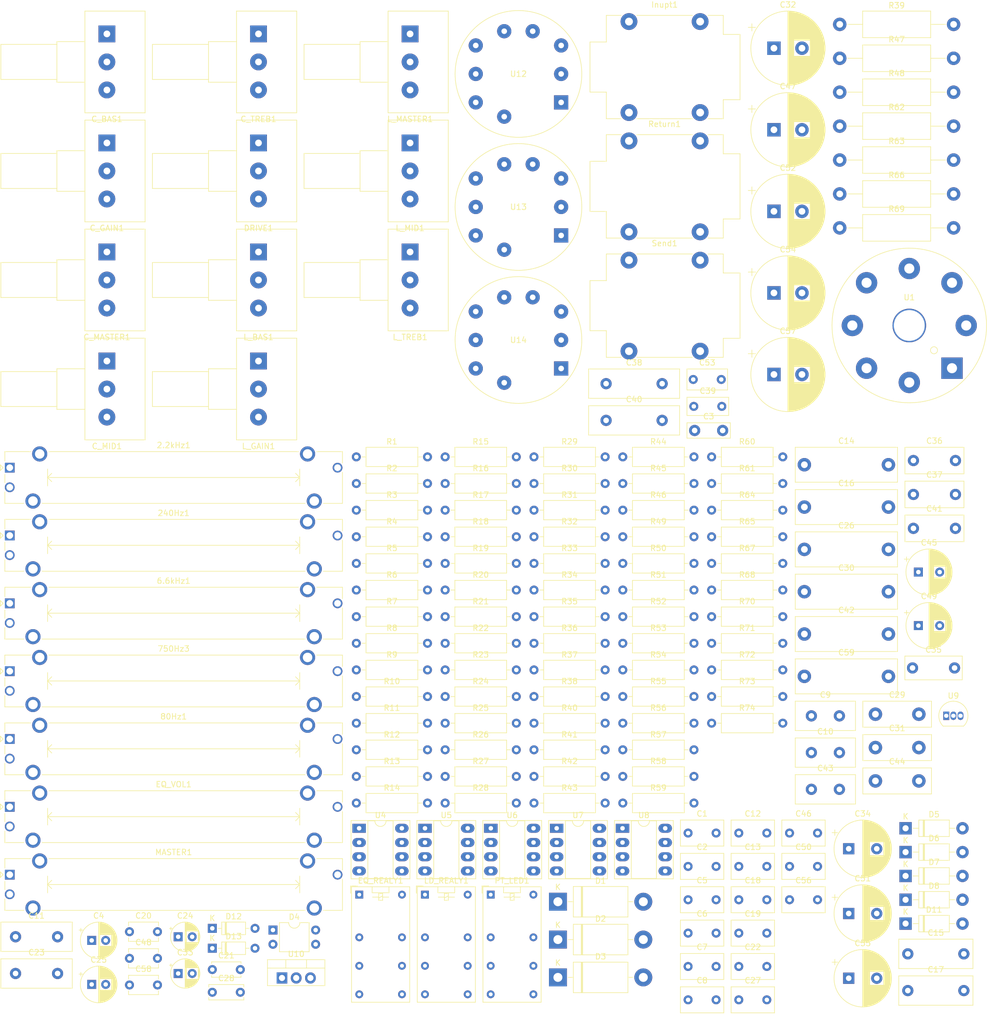
<source format=kicad_pcb>
(kicad_pcb (version 20221018) (generator pcbnew)
  (layers (0 "F.Cu" signal) (31 "B.Cu" signal) (34 "B.Paste" user) (35 "F.Paste" user) (36 "B.SilkS" user "B.Silkscreen") (37 "F.SilkS" user "F.Silkscreen") (38 "B.Mask" user) (39 "F.Mask" user) (44 "Edge.Cuts" user))
  (net 0 "")
  (net 1 "Net-(U5B-+)")
  (net 2 "Net-(2.2kHz1-Pad2)")
  (net 3 "Net-(U5B--)")
  (net 4 "Net-(6.6kHz1-Pad2)")
  (net 5 "Net-(80Hz1-Pad2)")
  (net 6 "Net-(240Hz1-Pad2)")
  (net 7 "Net-(750Hz3-Pad2)")
  (net 8 "Net-(C1-Pad2)")
  (net 9 "Net-(U6A-+)")
  (net 10 "Net-(B_Shift1-B)")
  (net 11 "GND")
  (net 12 "Net-(C4-Pad2)")
  (net 13 "Net-(C5-Pad2)")
  (net 14 "Net-(U6B-+)")
  (net 15 "Net-(EQ_IN1-Pin_1)")
  (net 16 "Net-(U5A-+)")
  (net 17 "+6V")
  (net 18 "Net-(C8-Pad2)")
  (net 19 "Net-(C9-Pad1)")
  (net 20 "Net-(EQ10-Pin_1)")
  (net 21 "Net-(TREB_SHIFT1-C)")
  (net 22 "Net-(EQ41-Pin_1)")
  (net 23 "Net-(TREB_SHIFT1-B)")
  (net 24 "Net-(C12-Pad2)")
  (net 25 "Net-(U7A-+)")
  (net 26 "Net-(C14-Pad1)")
  (net 27 "Net-(C14-Pad2)")
  (net 28 "Net-(C15-Pad1)")
  (net 29 "Net-(C16-Pad1)")
  (net 30 "Net-(C16-Pad2)")
  (net 31 "Net-(C17-Pad1)")
  (net 32 "Net-(C18-Pad2)")
  (net 33 "Net-(U7B-+)")
  (net 34 "Net-(EQ20-Pin_1)")
  (net 35 "Net-(BRGH_BOOST_C1-C)")
  (net 36 "Net-(C22-Pad2)")
  (net 37 "Net-(U8A-+)")
  (net 38 "Net-(C24-Pad1)")
  (net 39 "Net-(C24-Pad2)")
  (net 40 "Net-(U12B-K)")
  (net 41 "Net-(C26-Pad1)")
  (net 42 "Net-(U12B-A)")
  (net 43 "Net-(C27-Pad1)")
  (net 44 "Net-(LD10-Pin_1)")
  (net 45 "Net-(C30-Pad1)")
  (net 46 "Net-(U14A-A)")
  (net 47 "Net-(U13A-K)")
  (net 48 "Net-(U13A-G)")
  (net 49 "Net-(TG_3-Pin_1)")
  (net 50 "Net-(U1A-F1)")
  (net 51 "Net-(TG_4-Pin_1)")
  (net 52 "Net-(C36-Pad1)")
  (net 53 "Net-(U13A-A)")
  (net 54 "Net-(U14B-G)")
  (net 55 "Net-(C37-Pad2)")
  (net 56 "Net-(U13B-G)")
  (net 57 "Net-(U13B-K)")
  (net 58 "Net-(BRGH_BOOST_L1-B)")
  (net 59 "VDD")
  (net 60 "Net-(U13B-A)")
  (net 61 "Net-(FX_IN1-Pin_1)")
  (net 62 "Net-(U14B-K)")
  (net 63 "Net-(C42-Pad1)")
  (net 64 "Net-(LD31-Pin_1)")
  (net 65 "Net-(D4-+)")
  (net 66 "Net-(FX_IN2-Pin_1)")
  (net 67 "Net-(C46-Pad2)")
  (net 68 "Net-(D11-K)")
  (net 69 "Net-(C48-Pad1)")
  (net 70 "Net-(U4A--)")
  (net 71 "+12V")
  (net 72 "Net-(C50-Pad2)")
  (net 73 "Net-(385V2-Pin_1)")
  (net 74 "Net-(375V2-Pin_1)")
  (net 75 "Net-(D12-A)")
  (net 76 "Net-(C56-Pad2)")
  (net 77 "Net-(369V2-Pin_1)")
  (net 78 "Net-(FX_OUT2-Pin_1)")
  (net 79 "Net-(U4B--)")
  (net 80 "Net-(LD0-Pin_1)")
  (net 81 "Net-(BRGH_BOOST_C1-B)")
  (net 82 "Net-(PT1-Pin_1)")
  (net 83 "Net-(C_TREB1-Pad2)")
  (net 84 "Net-(D1-K)")
  (net 85 "Net-(D1-A)")
  (net 86 "Net-(D2-K)")
  (net 87 "Net-(D2-A)")
  (net 88 "Net-(D3-K)")
  (net 89 "Net-(D3-A)")
  (net 90 "Net-(12V_1-Pin_1)")
  (net 91 "Net-(12V_2-Pin_1)")
  (net 92 "Net-(300V_1-Pin_1)")
  (net 93 "Net-(300V_2-Pin_1)")
  (net 94 "Net-(DRIVE1-Pad3)")
  (net 95 "Net-(EQ31-Pin_1)")
  (net 96 "Net-(EQ40-Pin_1)")
  (net 97 "Net-(EQ1-Pin_1)")
  (net 98 "Net-(EQ_OUT1-Pin_1)")
  (net 99 "Net-(U12A-G)")
  (net 100 "Net-(LD1-Pin_1)")
  (net 101 "Net-(LD30-Pin_1)")
  (net 102 "Net-(LD11-Pin_1)")
  (net 103 "Net-(EQ50-Pin_1)")
  (net 104 "Net-(L_GAIN1-Pad3)")
  (net 105 "Net-(PT2-Pin_1)")
  (net 106 "Net-(L_TREB1-Pad2)")
  (net 107 "Net-(U1A-G1)")
  (net 108 "Net-(PA_IN1-Pin_1)")
  (net 109 "Net-(PT31-Pin_1)")
  (net 110 "Net-(RED1-Pin_1)")
  (net 111 "Net-(LED1-Pin_1)")
  (net 112 "Net-(U6A--)")
  (net 113 "VAA")
  (net 114 "Net-(EQ0-Pin_1)")
  (net 115 "Net-(U6B--)")
  (net 116 "Net-(U5A--)")
  (net 117 "Net-(U7A--)")
  (net 118 "Net-(R17-Pad1)")
  (net 119 "Net-(U7B--)")
  (net 120 "Net-(U8A--)")
  (net 121 "Net-(U14A-K)")
  (net 122 "VCC")
  (net 123 "Net-(LD21-Pin_1)")
  (net 124 "Net-(PT30-Pin_1)")
  (net 125 "Net-(R46-Pad1)")
  (net 126 "Net-(U1A-G2)")
  (net 127 "Net-(R56-Pad1)")
  (net 128 "Net-(6.3V_1-Pin_1)")
  (net 129 "Net-(6.3V_2-Pin_1)")
  (net 130 "Net-(U9-ADJ)")
  (net 131 "Net-(R64-Pad2)")
  (net 132 "Net-(R70-Pad2)")
  (net 133 "Net-(FS_1-Pin_1)")
  (net 139 "Net-(U8B--)")
  (net 140 "Net-(EQ30-Pin_1)")
  (footprint "Capacitor_THT:C_Disc_D10.5mm_W5.0mm_P5.00mm" (layer "F.Cu") (at -60.94391 144.230301)
    (fp_text reference "C10")
    (fp_text value "250pF 400V")
  )
  (footprint "Capacitor_THT:C_Rect_L10.3mm_W4.5mm_P7.50mm_MKS4" (layer "F.Cu") (at -42.73391 92.130301)
    (fp_text reference "C36")
    (fp_text value "22nF 400V")
  )
  (footprint "Capacitor_THT:CP_Radial_D13.0mm_P5.00mm" (layer "F.Cu") (at -67.624341 33.130301)
    (fp_text reference "C47")
    (fp_text value "22uF 450V")
  )
  (footprint "Resistor_THT:R_Axial_DIN0309_L9.0mm_D3.2mm_P12.70mm_Horizontal" (layer "F.Cu") (at -142.14391 91.480301)
    (fp_text reference "R1")
    (fp_text value "100K")
  )
  (footprint "Capacitor_THT:C_Disc_D12.5mm_W5.0mm_P7.50mm" (layer "F.Cu") (at -202.95391 177.080301)
    (fp_text reference "C11")
    (fp_text value "680pF 400V")
  )
  (footprint "Capacitor_THT:CP_Radial_D5.0mm_P2.50mm" (layer "F.Cu") (at -173.934135 183.630301)
    (fp_text reference "C33")
    (fp_text value "2.2uF 35V")
  )
  (footprint "Capacitor_THT:C_Rect_L7.0mm_W3.5mm_P5.00mm" (layer "F.Cu") (at -82.02391 77.670301)
    (fp_text reference "C53")
    (fp_text value "100nF")
  )
  (footprint "Resistor_THT:R_Axial_DIN0309_L9.0mm_D3.2mm_P12.70mm_Horizontal" (layer "F.Cu") (at -142.14391 153.230301)
    (fp_text reference "R14")
    (fp_text value "120K")
  )
  (footprint "Capacitor_THT:C_Disc_D7.5mm_W2.5mm_P5.00mm" (layer "F.Cu") (at -81.77391 86.770301)
    (fp_text reference "C3")
    (fp_text value "470nF 35V")
  )
  (footprint "Capacitor_THT:C_Disc_D5.1mm_W3.2mm_P5.00mm" (layer "F.Cu") (at -182.62391 180.930301)
    (fp_text reference "C48")
    (fp_text value "47pF 50V")
  )
  (footprint "Relay_THT:Relay_DPDT_Omron_G5V-2" (layer "F.Cu") (at -129.89391 169.565301)
    (fp_text reference "LD_REALY1")
    (fp_text value "G6SU-2")
  )
  (footprint "Resistor_THT:R_Axial_DIN0309_L9.0mm_D3.2mm_P12.70mm_Horizontal" (layer "F.Cu") (at -94.59391 100.980301)
    (fp_text reference "R46")
    (fp_text value "470K")
  )
  (footprint "Package_DIP:DIP-8_W7.62mm_Socket_LongPads" (layer "F.Cu") (at -118.14391 157.730301)
    (fp_text reference "U6")
    (fp_text value "NE5532")
  )
  (footprint "Capacitor_THT:CP_Radial_D13.0mm_P5.00mm" (layer "F.Cu") (at -67.624341 76.780301)
    (fp_text reference "C57")
    (fp_text value "22uF 450V")
  )
  (footprint "Resistor_THT:R_Axial_DIN0309_L9.0mm_D3.2mm_P12.70mm_Horizontal" (layer "F.Cu") (at -126.29391 148.480301)
    (fp_text reference "R27")
    (fp_text value "1.5K")
  )
  (footprint "Resistor_THT:R_Axial_DIN0309_L9.0mm_D3.2mm_P12.70mm_Horizontal" (layer "F.Cu") (at -142.14391 124.730301)
    (fp_text reference "R8")
    (fp_text value "2.2M")
  )
  (footprint "Package_DIP:DIP-8_W7.62mm_Socket_LongPads" (layer "F.Cu") (at -106.39391 157.730301)
    (fp_text reference "U7")
    (fp_text value "NE5532")
  )
  (footprint "Resistor_THT:R_Axial_DIN0309_L9.0mm_D3.2mm_P12.70mm_Horizontal" (layer "F.Cu") (at -94.59391 124.730301)
    (fp_text reference "R53")
    (fp_text value "3.3K")
  )
  (footprint "Resistor_THT:R_Axial_DIN0309_L9.0mm_D3.2mm_P12.70mm_Horizontal" (layer "F.Cu") (at -94.59391 148.480301)
    (fp_text reference "R58")
    (fp_text value "470K")
  )
  (footprint "Resistor_THT:R_Axial_DIN0309_L9.0mm_D3.2mm_P12.70mm_Horizontal" (layer "F.Cu") (at -110.44391 138.980301)
    (fp_text reference "R40")
    (fp_text value "1.5K")
  )
  (footprint "Resistor_THT:R_Axial_DIN0309_L9.0mm_D3.2mm_P12.70mm_Horizontal" (layer "F.Cu") (at -142.14391 148.480301)
    (fp_text reference "R13")
    (fp_text value "470K")
  )
  (footprint "Capacitor_THT:C_Disc_D7.5mm_W4.4mm_P5.00mm" (layer "F.Cu") (at -64.84391 170.480301)
    (fp_text reference "C56")
    (fp_text value "100nF")
  )
  (footprint "Resistor_THT:R_Axial_DIN0414_L11.9mm_D4.5mm_P20.32mm_Horizontal" (layer "F.Cu") (at -55.88391 26.430301)
    (fp_text reference "R48")
    (fp_text value "5,6K 1W")
  )
  (footprint "Capacitor_THT:CP_Radial_D5.0mm_P2.50mm" (layer "F.Cu") (at -173.934135 177.080301)
    (fp_text reference "C24")
    (fp_text value "1uF/50V")
  )
  (footprint "Capacitor_THT:CP_Radial_D8.0mm_P3.80mm" (layer "F.Cu") (at -41.849212 121.580301)
    (fp_text reference "C49")
    (fp_text value "220uF 35V")
  )
  (footprint "Potentiometer_THT:Potentiometer_Bourns_PTA4543_Single_Slide" (layer "F.Cu") (at -203.99391 153.905301)
    (fp_text reference "EQ_VOL1")
    (fp_text value "50K Lin")
  )
  (footprint "Capacitor_THT:C_Rect_L18.0mm_W6.0mm_P15.00mm_FKS3_FKP3" (layer "F.Cu") (at -62.19391 100.430301)
    (fp_text reference "C16")
    (fp_text value "47nF 400V")
  )
  (footprint "Resistor_THT:R_Axial_DIN0309_L9.0mm_D3.2mm_P12.70mm_Horizontal" (layer "F.Cu") (at -110.44391 119.980301)
    (fp_text reference "R35")
    (fp_text value "100K")
  )
  (footprint "Resistor_THT:R_Axial_DIN0309_L9.0mm_D3.2mm_P12.70mm_Horizontal" (layer "F.Cu") (at -78.74391 115.230301)
    (fp_text reference "R68")
    (fp_text value "47K")
  )
  (footprint "Resistor_THT:R_Axial_DIN0309_L9.0mm_D3.2mm_P12.70mm_Horizontal" (layer "F.Cu") (at -126.29391 119.980301)
    (fp_text reference "R21")
    (fp_text value "100K (o)")
  )
  (footprint "Resistor_THT:R_Axial_DIN0309_L9.0mm_D3.2mm_P12.70mm_Horizontal" (layer "F.Cu") (at -110.44391 96.230301)
    (fp_text reference "R30")
    (fp_text value "10K")
  )
  (footprint "Capacitor_THT:C_Disc_D7.5mm_W4.4mm_P5.00mm" (layer "F.Cu") (at -73.89391 188.330301)
    (fp_text reference "C27")
    (fp_text value "10nF 50V")
  )
  (footprint "Resistor_THT:R_Axial_DIN0309_L9.0mm_D3.2mm_P12.70mm_Horizontal" (layer "F.Cu") (at -94.59391 134.230301)
    (fp_text reference "R55")
    (fp_text value "220K")
  )
  (footprint "Resistor_THT:R_Axial_DIN0309_L9.0mm_D3.2mm_P12.70mm_Horizontal" (layer "F.Cu") (at -142.14391 143.730301)
    (fp_text reference "R12")
    (fp_text value "100K")
  )
  (footprint "Capacitor_THT:C_Disc_D16.0mm_W5.0mm_P10.00mm" (layer "F.Cu") (at -97.57391 84.970301)
    (fp_text reference "C40")
    (fp_text value "1000pF 400V")
  )
  (footprint "Diode_THT:D_DO-201AD_P15.24mm_Horizontal" (layer "F.Cu") (at -106.17391 184.330301)
    (fp_text reference "D3")
    (fp_text value "UF4007")
  )
  (footprint "Capacitor_THT:CP_Radial_D6.3mm_P2.50mm" (layer "F.Cu") (at -189.368669 177.730301)
    (fp_text reference "C4")
    (fp_text value "22uF 35V")
  )
  (footprint "Capacitor_THT:C_Rect_L7.2mm_W3.0mm_P5.00mm_FKS2_FKP2_MKS2_MKP2" (layer "F.Cu") (at -81.92391 82.470301)
    (fp_text reference "C39")
    (fp_text value "220nF 50V")
  )
  (footprint "Potentiometer_THT:Potentiometer_Alps_RK163_Single_Horizontal" (layer "F.Cu") (at -132.55391 16.030301)
    (fp_text reference "L_MASTER1")
    (fp_text value "250K Log")
  )
  (footprint "Resistor_THT:R_Axial_DIN0309_L9.0mm_D3.2mm_P12.70mm_Horizontal" (layer "F.Cu") (at -126.29391 100.980301)
    (fp_text reference "R17")
    (fp_text value "10K")
  )
  (footprint "Capacitor_THT:C_Disc_D7.5mm_W4.4mm_P5.00mm" (layer "F.Cu") (at -73.89391 176.430301)
    (fp_text reference "C19")
    (fp_text value "2.2nF 50V")
  )
  (footprint "Potentiometer_THT:Potentiometer_Bourns_PTA4543_Single_Slide" (layer "F.Cu") (at -203.99391 129.705301)
    (fp_text reference "750Hz3")
    (fp_text value "50K Lin")
  )
  (footprint "Resistor_THT:R_Axial_DIN0309_L9.0mm_D3.2mm_P12.70mm_Horizontal" (layer "F.Cu") (at -94.59391 129.480301)
    (fp_text reference "R54")
    (fp_text value "100K")
  )
  (footprint "Resistor_THT:R_Axial_DIN0309_L9.0mm_D3.2mm_P12.70mm_Horizontal" (layer "F.Cu") (at -78.74391 91.480301)
    (fp_text reference "R60")
    (fp_text value "1M")
  )
  (footprint "Resistor_THT:R_Axial_DIN0309_L9.0mm_D3.2mm_P12.70mm_Horizontal" (layer "F.Cu") (at -94.59391 96.230301)
    (fp_text reference "R45")
    (fp_text value "68K")
  )
  (footprint "Resistor_THT:R_Axial_DIN0309_L9.0mm_D3.2mm_P12.70mm_Horizontal" (layer "F.Cu") (at -142.14391 129.480301)
    (fp_text reference "R9")
    (fp_text value "470")
  )
  (footprint "Relay_THT:Relay_DPDT_Omron_G5V-2" (layer "F.Cu") (at -141.61891 169.565301)
    (fp_text reference "EQ_REALY1")
    (fp_text value "G6SU-2")
  )
  (footprint "Connector_Audio:Jack_6.35mm_Neutrik_NMJ4HCD2_Horizontal" (layer "F.Cu") (at -93.49391 13.830301)
    (fp_text reference "Inupt1")
    (fp_text value "AudioJack2_Ground_Switch")
  )
  (footprint "Diode_THT:D_DO-41_SOD81_P10.16mm_Horizontal" (layer "F.Cu") (at -44.13391 157.730301)
    (fp_text reference "D5")
    (fp_text value "UF4007")
  )
  (footprint "Capacitor_THT:C_Disc_D12.0mm_W4.4mm_P7.75mm" (layer "F.Cu") (at -49.51391 137.380301)
    (fp_text reference "C29")
    (fp_text value "47pF 1kV")
  )
  (footprint "Valve:Valve_Noval_P" (layer "F.Cu") (at -105.593491 28.25072)
    (fp_text reference "U12")
    (fp_text value "6N2P-EW")
  )
  (footprint "Resistor_THT:R_Axial_DIN0309_L9.0mm_D3.2mm_P12.70mm_Horizontal" (layer "F.Cu") (at -126.29391 110.480301)
    (fp_text reference "R19")
    (fp_text value "10M")
  )
  (footprint "Capacitor_THT:C_Disc_D5.1mm_W3.2mm_P5.00mm" (layer "F.Cu") (at -182.62391 176.180301)
    (fp_text reference "C20")
    (fp_text value "150pF 50V")
  )
  (footprint "Valve:Valve_Noval_P" (layer "F.Cu") (at -105.593491 75.712396)
    (fp_text reference "U14")
    (fp_text value "6N2P-EW")
  )
  (footprint "Package_TO_SOT_THT:TO-92_Inline" (layer "F.Cu") (at -36.87391 137.660301)
    (fp_text reference "U9")
    (fp_text value "LR8")
  )
  (footprint "Resistor_THT:R_Axial_DIN0309_L9.0mm_D3.2mm_P12.70mm_Horizontal" (layer "F.Cu") (at -126.29391 96.230301)
    (fp_text reference "R16")
    (fp_text value "820")
  )
  (footprint "Package_DIP:DIP-4_W7.62mm" (layer "F.Cu") (at -157.02391 175.880301)
    (fp_text reference "D4")
    (fp_text value "Bridge")
  )
  (footprint "Resistor_THT:R_Axial_DIN0309_L9.0mm_D3.2mm_P12.70mm_Horizontal" (layer "F.Cu") (at -110.44391 115.230301)
    (fp_text reference "R34")
    (fp_text value "1.5K")
  )
  (footprint "Resistor_THT:R_Axial_DIN0309_L9.0mm_D3.2mm_P12.70mm_Horizontal" (layer "F.Cu") (at -94.59391 143.730301)
    (fp_text reference "R57")
    (fp_text value "100R")
  )
  (footprint "Resistor_THT:R_Axial_DIN0309_L9.0mm_D3.2mm_P12.70mm_Horizontal" (layer "F.Cu") (at -142.14391 105.730301)
    (fp_text reference "R4")
    (fp_text value "820")
  )
  (footprint "Resistor_THT:R_Axial_DIN0414_L11.9mm_D4.5mm_P20.32mm_Horizontal" (layer "F.Cu") (at -55.88391 20.380301)
    (fp_text reference "R47")
    (fp_text value "470R 1W")
  )
  (footprint "Potentiometer_THT:Potentiometer_Alps_RK163_Single_Horizontal" (layer "F.Cu") (at -159.60391 74.380301)
    (fp_text reference "L_GAIN1")
    (fp_text value "1M Log")
  )
  (footprint "Capacitor_THT:CP_Radial_D10.0mm_P5.00mm" (layer "F.Cu") (at -54.279264 172.930301)
    (fp_text reference "C51")
    (fp_text value "100uF 50V")
  )
  (footprint "Capacitor_THT:CP_Radial_D10.0mm_P5.00mm" (layer "F.Cu") (at -54.279264 184.480301)
    (fp_text reference "C55")
    (fp_text value "100uF 50V")
  )
  (footprint "Capacitor_THT:CP_Radial_D13.0mm_P5.00mm" (layer "F.Cu") (at -67.624341 18.580301)
    (fp_text reference "C32")
    (fp_text value "22uF 400V")
  )
  (footprint "Resistor_THT:R_Axial_DIN0414_L11.9mm_D4.5mm_P20.32mm_Horizontal" (layer "F.Cu") (at -55.88391 50.630301)
    (fp_text reference "R69")
    (fp_text value "2.2K 2W")
  )
  (footprint "Capacitor_THT:C_Rect_L18.0mm_W6.0mm_P15.00mm_FKS3_FKP3" (layer "F.Cu") (at -62.19391 92.880301)
    (fp_text reference "C14")
    (fp_text value "47nF 400V")
  )
  (footprint "Relay_THT:Relay_DPDT_Omron_G5V-2" (layer "F.Cu") (at -118.16891 169.565301)
    (fp_text reference "PT_LED1")
    (fp_text value "G6SU-2")
  )
  (footprint "Diode_THT:D_DO-35_SOD27_P7.62mm_Horizontal" (layer "F.Cu") (at -167.84391 175.580301)
    (fp_text reference "D12")
    (fp_text value "1N4148")
  )
  (footprint "Capacitor_THT:C_Rect_L18.0mm_W6.0mm_P15.00mm_FKS3_FKP3" (layer "F.Cu") (at -62.19391 115.530301)
    (fp_text reference "C30")
    (fp_text value "47nF 400V")
  )
  (footprint "Resistor_THT:R_Axial_DIN0309_L9.0mm_D3.2mm_P12.70mm_Horizontal" (layer "F.Cu") (at -78.74391 96.230301)
    (fp_text reference "R61")
    (fp_text value "1M")
  )
  (footprint "Potentiometer_THT:Potentiometer_Alps_RK163_Single_Horizontal" (layer "F.Cu") (at -186.65391 54.930301)
    (fp_text reference "C_MASTER1")
    (fp_text value "250K Log")
  )
  (footprint "Capacitor_THT:C_Disc_D7.5mm_W4.4mm_P5.00mm" (layer "F.Cu") (at -82.94391 182.380301)
    (fp_text reference "C7")
    (fp_text value "10nF 50V")
  )
  (footprint "Potentiometer_THT:Potentiometer_Alps_RK163_Single_Horizontal" (layer "F.Cu") (at -159.60391 35.480301)
    (fp_text reference "DRIVE1")
    (fp_text value "1M Log")
  )
  (footprint "Potentiometer_THT:Potentiometer_Alps_RK163_Single_Horizontal" (layer "F.Cu") (at -186.65391 16.030301)
    (fp_text reference "C_BAS1")
    (fp_text value "250K Log")
  )
  (footprint "Capacitor_THT:C_Disc_D7.5mm_W4.4mm_P5.00mm" (layer "F.Cu") (at -64.84391 164.530301)
    (fp_text reference "C50")
    (fp_text value "10nF 50V")
  )
  (footprint "Resistor_THT:R_Axial_DIN0309_L9.0mm_D3.2mm_P12.70mm_Horizontal" (layer "F.Cu") (at -110.44391 143.730301)
    (fp_text reference "R41")
    (fp_text value "150K")
  )
  (footprint "Potentiometer_THT:Potentiometer_Bourns_PTA4543_Single_Slide" (layer "F.Cu") (at -203.99391 141.805301)
    (fp_text reference "80Hz1")
    (fp_text value "50K Lin")
  )
  (footprint "Capacitor_THT:C_Disc_D7.5mm_W4.4mm_P5.00mm" (layer "F.Cu") (at -82.94391 176.430301)
    (fp_text reference "C6")
    (fp_text value "8.2nF 50V")
  )
  (footprint "Capacitor_THT:C_Disc_D7.5mm_W4.4mm_P5.00mm" (layer "F.Cu") (at -82.94391 188.330301)
    (fp_text reference "C8")
    (fp_text value "10nF 50V")
  )
  (footprint "Potentiometer_THT:Potentiometer_Alps_RK163_Single_Horizontal" (layer "F.Cu") (at -186.65391 74.380301)
    (fp_text reference "C_MID1")
    (fp_text value "10K Lin")
  )
  (footprint "Capacitor_THT:C_Disc_D6.0mm_W2.5mm_P5.00mm" (layer "F.Cu") (at -167.84391 186.980301)
    (fp_text reference "C28")
    (fp_text value "10pF 400V")
  )
  (footprint "Resistor_THT:R_Axial_DIN0309_L9.0mm_D3.2mm_P12.70mm_Horizontal" (layer "F.Cu") (at -110.44391 124.730301)
    (fp_text reference "R36")
    (fp_text value "680K")
  )
  (footprint "Resistor_THT:R_Axial_DIN0414_L11.9mm_D4.5mm_P20.32mm_Horizontal" (layer "F.Cu") (at -55.88391 14.330301)
    (fp_text reference "R39")
    (fp_text value "470R 2W")
  )
  (footprint "Diode_THT:D_DO-201AD_P15.24mm_Horizontal" (layer "F.Cu") (at -106.17391 177.580301)
    (fp_text reference "D2")
    (fp_text value "UF4007")
  )
  (footprint "Resistor_THT:R_Axial_DIN0309_L9.0mm_D3.2mm_P12.70mm_Horizontal" (layer "F.Cu") (at -126.29391 105.730301)
    (fp_text reference "R18")
    (fp_text value "10K")
  )
  (footprint "Capacitor_THT:C_Disc_D7.5mm_W4.4mm_P5.00mm" (layer "F.Cu") (at -73.89391 164.530301)
    (fp_text reference "C13")
    (fp_text value "4.7nF 50V")
  )
  (footprint "Connector_Audio:Jack_6.35mm_Neutrik_NMJ4HCD2_Horizontal" (layer "F.Cu") (at -93.49391 56.390301)
    (fp_text reference "Send1")
    (fp_text value "AudioJack2_Ground_Switch")
  )
  (footprint "Resistor_THT:R_Axial_DIN0309_L9.0mm_D3.2mm_P12.70mm_Horizontal" (layer "F.Cu") (at -78.74391 138.980301)
    (fp_text reference "R74")
    (fp_text value "4,7K")
  )
  (footprint "Capacitor_THT:C_Disc_D7.5mm_W4.4mm_P5.00mm" (layer "F.Cu") (at -82.94391 170.480301)
    (fp_text reference "C5")
    (fp_text value "1uF 50V")
  )
  (footprint "Package_DIP:DIP-8_W7.62mm_Socket_LongPads" (layer "F.Cu") (at -129.89391 157.730301)
    (fp_text reference "U5")
    (fp_text value "NE5532")
  )
  (footprint "Capacitor_THT:C_Disc_D10.5mm_W5.0mm_P5.00mm" (layer "F.Cu") (at -60.94391 137.680301)
    (fp_text reference "C9")
    (fp_text value "250pF 400V")
  )
  (footprint "Diode_THT:D_DO-201AD_P15.24mm_Horizontal" (layer "F.Cu") (at -106.17391 170.830301)
    (fp_text reference "D1")
    (fp_text value "UF4007")
  )
  (footprint "Resistor_THT:R_Axial_DIN0309_L9.0mm_D3.2mm_P12.70mm_Horizontal" (layer "F.Cu") (at -126.29391 138.980301)
    (fp_text reference "R25")
    (fp_text value "10K")
  )
  (footprint "Resistor_THT:R_Axial_DIN0309_L9.0mm_D3.2mm_P12.70mm_Horizontal" (layer "F.Cu") (at -142.14391 96.230301)
    (fp_text reference "R2")
    (fp_text value "1M")
  )
  (footprint "Potentiometer_THT:Potentiometer_Bourns_PTA4543_Single_Slide" (layer "F.Cu") (at -203.99391 93.405301)
    (fp_text reference "2.2kHz1")
    (fp_text value "50K Lin")
  )
  (footprint "Capacitor_THT:C_Rect_L18.0mm_W6.0mm_P15.00mm_FKS3_FKP3" (layer "F.Cu") (at -62.19391 123.080301)
    (fp_text reference "C42")
    (fp_text value "47nF 400V")
  )
  (footprint "Connector_Audio:Jack_6.35mm_Neutrik_NMJ4HCD2_Horizontal" (layer "F.Cu") (at -93.49391 35.110301)
    (fp_text reference "Return1")
    (fp_text value "AudioJack2_Ground_Switch")
  )
  (footprint "Resistor_THT:R_Axial_DIN0309_L9.0mm_D3.2mm_P12.70mm_Horizontal" (layer "F.Cu") (at -110.44391 110.480301)
    (fp_text reference "R33")
    (fp_text value "680K")
  )
  (footprint "Resistor_THT:R_Axial_DIN0309_L9.0mm_D3.2mm_P12.70mm_Horizontal" (layer "F.Cu") (at -110.44391 105.730301)
    (fp_text reference "R32")
    (fp_text value "3.3M")
  )
  (footprint "Resistor_THT:R_Axial_DIN0309_L9.0mm_D3.2mm_P12.70mm_Horizontal" (layer "F.Cu") (at -94.59391 110.480301)
    (fp_text reference "R50")
    (fp_text value "100K")
  )
  (footprint "Resistor_THT:R_Axial_DIN0309_L9.0mm_D3.2mm_P12.70mm_Horizontal" (layer "F.Cu") (at -110.44391 153.230301)
    (fp_text reference "R43")
    (fp_text value "4.7K")
  )
  (footprint "Package_DIP:DIP-8_W7.62mm_Socket_LongPads" (layer "F.Cu") (at -94.64391 157.730301)
    (fp_text reference "U8")
    (fp_text value "NE5532")
  )
  (footprint "Resistor_THT:R_Axial_DIN0309_L9.0mm_D3.2mm_P12.70mm_Horizontal" (layer "F.Cu") (at -142.14391 110.480301)
    (fp_text reference "R5")
    (fp_text value "150K")
  )
  (footprint "Resistor_THT:R_Axial_DIN0309_L9.0mm_D3.2mm_P12.70mm_Horizontal" (layer "F.Cu") (at -94.59391 119.980301)
    (fp_text reference "R52")
    (fp_text value "270K")
  )
  (footprint "Resistor_THT:R_Axial_DIN0309_L9.0mm_D3.2mm_P12.70mm_Horizontal" (layer "F.Cu") (at -94.59391 153.230301)
    (fp_text reference "R59")
    (fp_text value "68K")
  )
  (footprint "Resistor_THT:R_Axial_DIN0309_L9.0mm_D3.2mm_P12.70mm_Horizontal" (layer "F.Cu") (at -126.29391 115.230301)
    (fp_text reference "R20")
    (fp_text value "100K")
  )
  (footprint "Capacitor_THT:C_Disc_D5.0mm_W2.5mm_P5.00mm" (layer "F.Cu") (at -167.84391 182.930301)
    (fp_text reference "C21")
    (fp_text value "180pF 400V")
  )
  (footprint "Resistor_THT:R_Axial_DIN0309_L9.0mm_D3.2mm_P12.70mm_Horizontal" (layer "F.Cu") (at -94.59391 91.480301)
    (fp_text reference "R44")
    (fp_text value "270K")
  )
  (footprint "Resistor_THT:R_Axial_DIN0309_L9.0mm_D3.2mm_P12.70mm_Horizontal" (layer "F.Cu") (at -110.44391 129.480301)
    (fp_text reference "R37")
    (fp_text value "470K")
  )
  (footprint "Resistor_THT:R_Axial_DIN0414_L11.9mm_D4.5mm_P20.32mm_Horizontal" (layer "F.Cu") (at -55.88391 32.480301)
    (fp_text reference "R62")
    (fp_text value "180K 2W")
  )
  (footprint "Capacitor_THT:C_Rect_L10.3mm_W4.5mm_P7.50mm_MKS4" (layer "F.Cu") (at -42.73391 104.230301)
    (fp_text reference "C41")
    (fp_text value "22nF 400V")
  )
  (footprint "Resistor_THT:R_Axial_DIN0309_L9.0mm_D3.2mm_P12.70mm_Horizontal" (layer "F.Cu") (at -126.29391 124.730301)
    (fp_text reference "R22")
    (fp_text value "100K (o)")
  )
  (footprint "Resistor_THT:R_Axial_DIN0309_L9.0mm_D3.2mm_P12.70mm_Horizontal" (layer "F.Cu") (at -110.44391 100.980301)
    (fp_text reference "R31")
    (fp_text value "100K")
  )
  (footprint "Capacitor_THT:CP_Radial_D13.0mm_P5.00mm" (layer "F.Cu") (at -67.624341 62.230301)
    (fp_text reference "C54")
    (fp_text value "22uF 450V")
  )
  (footprint "Capacitor_THT:CP_Radial_D10.0mm_P5.00mm" (layer "F.Cu") (at -54.279264 161.380301)
    (fp_text reference "C34")
    (fp_text value "47uF 50V")
  )
  (footprint "Package_TO_SOT_THT:TO-220-3_Vertical" (layer "F.Cu") (at -155.41391 184.430301)
    (fp_text reference "U10")
    (fp_text value "L7812")
  )
  (footprint "Potentiometer_THT:Potentiometer_Alps_RK163_Single_Horizontal" (layer "F.Cu") (at -186.65391 35.480301)
    (fp_text reference "C_GAIN1")
    (fp_text value "1M Log")
  )
  (footprint "Capacitor_THT:C_Disc_D7.5mm_W4.4mm_P5.00mm" (layer "F.Cu") (at -82.94391 164.530301)
    (fp_text reference "C2")
    (fp_text value "47nF 50V")
  )
  (footprint "Resistor_THT:R_Axial_DIN0309_L9.0mm_D3.2mm_P12.70mm_Horizontal" (layer "F.Cu") (at -78.74391 105.730301)
    (fp_text reference "R65")
    (fp_text value "100K")
  )
  (footprint "Resistor_THT:R_Axial_DIN0309_L9.0mm_D3.2mm_P12.70mm_Horizontal" (layer "F.Cu") (at -110.44391 91.480301)
    (fp_text reference "R29")
    (fp_text value "10K")
  )
  (footprint "Capacitor_THT:C_Disc_D10.5mm_W5.0mm_P5.00mm" (layer "F.Cu") (at -60.94391 150.780301)
    (fp_text reference "C43")
    (fp_text value "250pF 400V")
  )
  (footprint "Capacitor_THT:C_Rect_L10.0mm_W4.0mm_P7.50mm_MKS4" (layer "F.Cu") (at -42.89391 129.130301)
    (fp_text reference "C35")
    (fp_text value "3.3nF 400V")
  )
  (footprint "Diode_THT:D_DO-41_SOD81_P10.16mm_Horizontal" (layer "F.Cu") (at -44.13391 166.230301)
    (fp_text reference "D7")
    (fp_text value "UF4007")
  )
  (footprint "Resistor_THT:R_Axial_DIN0309_L9.0mm_D3.2mm_P12.70mm_Horizontal" (layer "F.Cu") (at -142.14391 134.230301)
    (fp_text reference "R10")
    (fp_text value "1K")
  )
  (footprint "Resistor_THT:R_Axial_DIN0309_L9.0mm_D3.2mm_P12.70mm_Horizontal" (layer "F.Cu") (at -126.29391 91.480301)
    (fp_text reference "R15")
    (fp_text value "10K")
  )
  (footprint "Resistor_THT:R_Axial_DIN0309_L9.0mm_D3.2mm_P12.70mm_Horizontal" (layer "F.Cu") (at -110.44391 134.230301)
    (fp_text reference "R38")
    (fp_text value "47K")
  )
  (footprint "Capacitor_THT:C_Disc_D7.5mm_W4.4mm_P5.00mm" (layer "F.Cu") (at -73.89391 170.480301)
    (fp_text reference "C18")
    (fp_text value "47nF 50V")
  )
  (footprint "Capacitor_THT:CP_Radial_D6.3mm_P2.50mm" (layer "F.Cu") (at -189.368669 185.580301)
    (fp_text reference "C25")
    (fp_text value "22uF 35V")
  )
  (footprint "Capacitor_THT:C_Disc_D12.0mm_W4.4mm_P7.75mm" (layer "F.Cu") (at -49.51391 143.330301)
    (fp_text reference "C31")
    (fp_text value "120pF 400V")
  )
  (footprint "Resistor_THT:R_Axial_DIN0309_L9.0mm_D3.2mm_P12.70mm_Horizontal" (layer "F.Cu") (at -78.74391 119.980301)
    (fp_text reference "R70")
    (fp_text value "1K")
  )
  (footprint "Resistor_THT:R_Axial_DIN0309_L9.0mm_D3.2mm_P12.70mm_Horizontal" (layer "F.Cu") (at -94.59391 105.730301)
    (fp_text reference "R49")
    (fp_text value "1.5K")
  )
  (footprint "Resistor_THT:R_Axial_DIN0309_L9.0mm_D3.2mm_P12.70mm_Horizontal" (layer "F.Cu") (at -94.59391 138.980301)
    (fp_text reference "R56")
    (fp_text value "100R")
  )
  (footprint "Potentiometer_THT:Potentiometer_Bourns_PTA4543_Single_Slide" (layer "F.Cu") (at -203.99391 105.505301)
    (fp_text reference "240Hz1")
    (fp_text value "50K Lin")
  )
  (footprint "Capacitor_THT:C_Rect_L18.0mm_W6.0mm_P15.00mm_FKS3_FKP3" (layer "F.Cu") (at -62.19391 130.630301)
    (fp_text reference "C59")
    (fp_text value "22nF 400V")
  )
  (footprint "Capacitor_THT:CP_Radial_D13.0mm_P5.00mm" (layer "F.Cu") (at -67.624341 47.680301)
    (fp_text reference "C52")
    (fp_text value "22uF 450V")
  )
  (footprint "Capacitor_THT:C_Disc_D7.5mm_W4.4mm_P5.00mm" (layer "F.Cu") (at -73.89391 158.580301)
    (fp_text reference "C12")
    (fp_text value "100nF 50V")
  )
  (footprint "Valve:Valve_Octal" (layer "F.Cu") (at -35.852994 75.661217)
    (fp_text reference "U1")
    (fp_text value "EL34")
  )
  (footprint "Capacitor_THT:C_Disc_D12.5mm_W5.0mm_P7.50mm" (layer "F.Cu") (at -202.95391 183.630301)
    (fp_text reference "C23")
    (fp_text value "680pF 400V")
  )
  (footprint "Capacitor_THT:C_Disc_D5.1mm_W3.2mm_P5.00mm" (layer "F.Cu") (at -182.62391 185.680301)
    (fp_text reference "C58")
    (fp_text value "100pF 50V")
  )
  (footprint "Potentiometer_THT:Potentiometer_Alps_RK163_Single_Horizontal" (layer "F.Cu") (at -159.60391 54.930301)
    (fp_text reference "L_BAS1")
    (fp_text value "250K Log")
  )
  (footprint "Potentiometer_THT:Potentiometer_Alps_RK163_Single_Horizontal" (layer "F.Cu") (at -159.60391 16.030301)
    (fp_text reference "C_TREB1")
    (fp_text value "250K Log")
  )
  (footprint "Capacitor_THT:C_Disc_D7.5mm_W4.4mm_P5.00mm" (layer "F.Cu") (at -73.89391 182.380301)
    (fp_text reference "C22")
    (fp_text value "10nF 50V")
  )
  (footprint "Resistor_THT:R_Axial_DIN0309_L9.0mm_D3.2mm_P12.70mm_Horizontal" (layer "F.Cu") (at -94.59391 115.230301)
    (fp_text reference "R51")
    (fp_text value "15K")
  )
  (footprint "Resistor_THT:R_Axial_DIN0309_L9.0mm_D3.2mm_P12.70mm_Horizontal" (layer "F.Cu") (at -142.14391 115.230301)
    (fp_text reference "R6")
    (fp_text value "15K")
  )
  (footprint "Resistor_THT:R_Axial_DIN0309_L9.0mm_D3.2mm_P12.70mm_Horizontal" (layer "F.Cu") (at -78.74391 110.480301)
    (fp_text reference "R67")
    (fp_text value "47K")
  )
  (footprint "Capacitor_THT:C_Rect_L18.0mm_W6.0mm_P15.00mm_FKS3_FKP3" (layer "F.Cu") (at -62.19391 107.980301)
    (fp_text reference "C26")
    (fp_text value "47nF 400V")
  )
  (footprint "Resistor_THT:R_Axial_DIN0309_L9.0mm_D3.2mm_P12.70mm_Horizontal" (layer "F.Cu") (at -142.14391 100.980301)
    (fp_text reference "R3")
    (fp_text value "1.5K")
  )
  (footprint "Resistor_THT:R_Axial_DIN0309_L9.0mm_D3.2mm_P12.70mm_Horizontal" (layer "F.Cu") (at -126.29391 129.480301)
    (fp_text reference "R23")
    (fp_text value "470")
  )
  (footprint "Diode_THT:D_DO-41_SOD81_P10.16mm_Horizontal" (layer "F.Cu") (at -44.13391 170.480301)
    (fp_text reference "D8")
    (fp_text value "UF4007")
  )
  (footprint "Resistor_THT:R_Axial_DIN0309_L9.0mm_D3.2mm_P12.70mm_Horizontal" (layer "F.Cu") (at -78.74391 129.480301)
    (fp_text reference "R72")
    (fp_text value "10K")
  )
  (footprint "Capacitor_THT:C_Disc_D12.0mm_W4.4mm_P7.75mm" (layer "F.Cu") (at -49.51391 149.280301)
    (fp_text reference "C44")
    (fp_text value "500pF 400V")
  )
  (footprint "Diode_THT:D_DO-41_SOD81_P10.16mm_Horizontal" (layer "F.Cu") (at -44.13391 174.730301)
    (fp_text reference "D11")
    (fp_text value "UF4007")
  )
  (footprint "Capacitor_THT:C_Rect_L13.0mm_W5.0mm_P10.00mm_FKS3_FKP3_MKS4" (layer "F.Cu") (at -43.73391 186.680301)
    (fp_text reference "C17")
    (fp_text value "100nF 400V")
  )
  (footprint "Diode_THT:D_DO-35_SOD27_P7.62mm_Horizontal" (layer "F.Cu") (at -167.84391 179.130301)
    (fp_text reference "D13")
    (fp_text value "1N4148")
  )
  (footprint "Potentiometer_THT:Potentiometer_Bourns_PTA4543_Single_Slide" (layer "F.Cu") (at -203.99391 117.605301)
    (fp_text reference "6.6kHz1")
    (fp_text value "50K Lin")
  )
  (footprint "Capacitor_THT:C_Disc_D7.5mm_W4.4mm_P5.00mm" (layer "F.Cu") (at -82.94391 158.580301)
    (fp_text reference "C1")
    (fp_text value "1uF 50V")
  )
  (footprint "Capacitor_THT:C_Disc_D16.0mm_W5.0mm_P10.00mm" (layer "F.Cu") (at -97.57391 78.420301)
    (fp_text reference "C38")
    (fp_text value "1000pF 400V")
  )
  (footprint "Capacitor_THT:C_Rect_L10.3mm_W4.5mm_P7.50mm_MKS4" (layer "F.Cu") (at -42.73391 98.180301)
    (fp_text reference "C37")
    (fp_text value "22nF 400V")
  )
  (footprint "Resistor_THT:R_Axial_DIN0309_L9.0mm_D3.2mm_P12.70mm_Horizontal" (layer "F.Cu") (at -78.74391 124.730301)
    (fp_text reference "R71")
    (fp_text value "100K")
  )
  (footprint "Resistor_THT:R_Axial_DIN0414_L11.9mm_D4.5mm_P20.32mm_Horizontal" (layer "F.Cu") (at -55.88391 38.530301)
    (fp_text reference "R63")
    (fp_text value "560R 2W")
  )
  (footprint "Package_DIP:DIP-8_W7.62mm_Socket_LongPads" (layer "F.Cu") (at -141.64391 157.730301)
    (fp_text reference "U4")
    (fp_text value "NE5532")
  )
  (footprint "Potentiometer_THT:Potentiometer_Alps_RK163_Single_Horizontal" (layer "F.Cu") (at -132.55391 54.930301)
    (fp_text reference "L_TREB1")
    (fp_text value "250K Log")
  )
  (footprint "Capacitor_THT:C_Rect_L13.0mm_W5.0mm_P10.00mm_FKS3_FKP3_MKS4" (layer "F.Cu") (at -43.73391 180.130301)
    (fp_text reference "C15")
    (fp_text value "100nF 400V")
  )
  (footprint "Potentiometer_THT:Potentiometer_Bourns_PTA4543_Single_Slide" (layer "F.Cu") (at -203.99391 166.005301)
    (fp_text reference "MASTER1")
    (fp_text value "1M Lin")
  )
  (footprint "Resistor_THT:R_Axial_DIN0309_L9.0mm_D3.2mm_P12.70mm_Horizontal" (layer "F.Cu") (at -126.29391 153.230301)
    (fp_text reference "R28")
    (fp_text value "100K")
  )
  (footprint "Resistor_THT:R_Axial_DIN0309_L9.0mm_D3.2mm_P12.70mm_Horizontal" (layer "F.Cu") (at -78.74391 100.980301)
    (fp_text reference "R64")
    (fp_text value "1K")
  )
  (footprint "Diode_THT:D_DO-41_SOD81_P10.16mm_Horizontal" (layer "F.Cu") (at -44.13391 161.980301)
    (fp_text reference "D6")
    (fp_text value "UF4007")
  )
  (footprint "Resistor_THT:R_Axial_DIN0309_L9.0mm_D3.2mm_P12.70mm_Horizontal" (layer "F.Cu") (at -78.74391 134.230301)
    (fp_text reference "R73")
    (fp_text value "12K")
  )
  (footprint "Capacitor_THT:CP_Radial_D8.0mm_P3.80mm" (layer "F.Cu") (at -41.849212 112.030301)
    (fp_text reference "C45")
    (fp_text value "220uF 35V")
  )
  (footprint "Resistor_THT:R_Axial_DIN0309_L9.0mm_D3.2mm_P12.70mm_Horizontal" (layer "F.Cu") (at -142.14391 138.980301)
    (fp_text reference "R11")
    (fp_text value "100K")
  )
  (footprint "Resistor_THT:R_Axial_DIN0309_L9.0mm_D3.2mm_P12.70mm_Horizontal" (layer "F.Cu") (at -110.44391 148.480301)
    (fp_text reference "R42")
    (fp_text value "82K")
  )
  (footprint "Capacitor_THT:C_Disc_D7.5mm_W4.4mm_P5.00mm" (layer "F.Cu") (at -64.84391 158.580301)
    (fp_text reference "C46")
    (fp_text value "10nF 50V")
  )
  (footprint "Potentiometer_THT:Potentiometer_Alps_RK163_Single_Horizontal" (layer "F.Cu") (at -132.55391 35.480301)
    (fp_text reference "L_MID1")
    (fp_text value "10K Lin")
  )
  (footprint "Valve:Valve_Noval_P" (layer "F.Cu") (at -105.593491 51.981558)
    (fp_text reference "U13")
    (fp_text value "6N2P-EW")
  )
  (footprint "Resistor_THT:R_Axial_DIN0309_L9.0mm_D3.2mm_P12.70mm_Horizontal" (layer "F.Cu") (at -142.14391 119.980301)
    (fp_text reference "R7")
    (fp_text value "120K")
  )
  (footprint "Resistor_THT:R_Axial_DIN0309_L9.0mm_D3.2mm_P12.70mm_Horizontal" (layer "F.Cu") (at -126.29391 143.730301)
    (fp_text reference "R26")
    (fp_text value "820")
  )
  (footprint "Resistor_THT:R_Axial_DIN0414_L11.9mm_D4.5mm_P20.32mm_Horizontal" (layer "F.Cu") (at -55.88391 44.580301)
    (fp_text reference "R66")
    (fp_text value "2.2K 2W")
  )
  (footprint "Resistor_THT:R_Axial_DIN0309_L9.0mm_D3.2mm_P12.70mm_Horizontal" (layer "F.Cu") (at -126.29391 134.230301)
    (fp_text reference "R24")
    (fp_text value "100K")
  )
)
</source>
